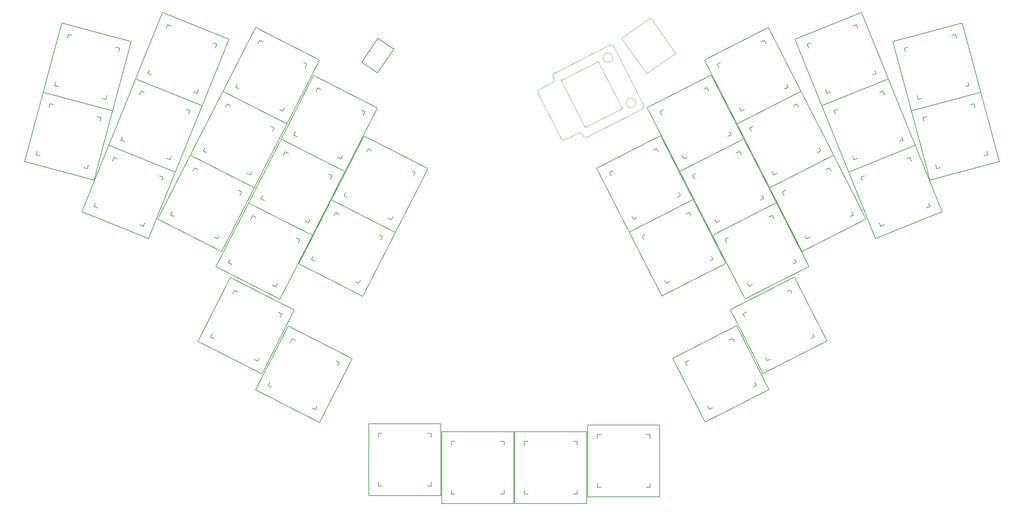
<source format=gbr>
%TF.GenerationSoftware,KiCad,Pcbnew,(6.0.4)*%
%TF.CreationDate,2022-11-04T17:16:24+01:00*%
%TF.ProjectId,Batreeq,42617472-6565-4712-9e6b-696361645f70,rev?*%
%TF.SameCoordinates,Original*%
%TF.FileFunction,OtherDrawing,Comment*%
%FSLAX46Y46*%
G04 Gerber Fmt 4.6, Leading zero omitted, Abs format (unit mm)*
G04 Created by KiCad (PCBNEW (6.0.4)) date 2022-11-04 17:16:24*
%MOMM*%
%LPD*%
G01*
G04 APERTURE LIST*
%ADD10C,0.150000*%
%ADD11C,0.120000*%
%ADD12C,0.050000*%
G04 APERTURE END LIST*
D10*
%TO.C,SW7*%
X39164951Y-76328403D02*
X44082513Y-57975813D01*
X20812361Y-71410841D02*
X25729923Y-53058251D01*
X28463615Y-56378932D02*
X27497690Y-56120113D01*
X20812361Y-71410841D02*
X25729923Y-53058251D01*
X41020651Y-59743580D02*
X40761832Y-60709505D01*
X40761832Y-60709505D02*
X41020651Y-59743580D01*
X36432479Y-73007373D02*
X37398404Y-73266192D01*
X25729923Y-53058251D02*
X44082513Y-57975813D01*
X37656003Y-72300615D02*
X37397184Y-73266541D01*
X23874223Y-69643074D02*
X24840149Y-69901894D01*
X24133042Y-68677149D02*
X23874223Y-69643074D01*
X44082513Y-57975813D02*
X39164951Y-76328403D01*
X39164951Y-76328403D02*
X20812361Y-71410841D01*
X27238870Y-57086039D02*
X27497690Y-56120113D01*
X27238870Y-57086039D02*
X27497690Y-56120113D01*
X20812361Y-71410841D02*
X39164951Y-76328403D01*
X27238870Y-57086039D02*
X27497690Y-56120113D01*
X25729923Y-53058251D02*
X44082513Y-57975813D01*
X41020651Y-59743580D02*
X40054725Y-59484760D01*
X25729923Y-53058251D02*
X20812361Y-71410841D01*
X39164951Y-76328403D02*
X20812361Y-71410841D01*
X39164951Y-76328403D02*
X20812361Y-71410841D01*
X37656003Y-72300615D02*
X37397184Y-73266541D01*
X23874223Y-69643074D02*
X24133042Y-68677149D01*
X28463615Y-56378932D02*
X27497690Y-56120113D01*
X44082513Y-57975813D02*
X25729923Y-53058251D01*
X25729923Y-53058251D02*
X44082513Y-57975813D01*
X23874224Y-69643076D02*
X24840148Y-69901894D01*
X41020651Y-59743580D02*
X40761832Y-60709505D01*
X28463615Y-56378932D02*
X27497690Y-56120113D01*
X23874223Y-69643074D02*
X24133042Y-68677149D01*
X36431259Y-73007722D02*
X37397184Y-73266541D01*
X40054725Y-59484760D02*
X41020651Y-59743580D01*
X44082513Y-57975813D02*
X39164951Y-76328403D01*
X23874223Y-69643074D02*
X24840149Y-69901894D01*
X37656003Y-72300615D02*
X37397184Y-73266541D01*
X44082513Y-57975813D02*
X39164951Y-76328403D01*
X41020651Y-59743580D02*
X40054725Y-59484760D01*
X36431259Y-73007722D02*
X37397184Y-73266541D01*
X20812361Y-71410841D02*
X25729923Y-53058251D01*
%TO.C,SW26*%
X217294897Y-124284258D02*
X216840907Y-123393251D01*
X207576538Y-110717626D02*
X224505662Y-102091807D01*
X217294897Y-124284258D02*
X218185904Y-123830267D01*
X211393021Y-112701173D02*
X210939030Y-111810166D01*
X223867112Y-106345306D02*
X223413121Y-105454299D01*
X222522115Y-105908290D02*
X223413121Y-105454299D01*
X223413121Y-105454299D02*
X222522115Y-105908290D01*
X224505662Y-102091807D02*
X233131481Y-119020931D01*
X217294897Y-124284258D02*
X216840907Y-123393251D01*
X216202357Y-127646750D02*
X207576538Y-110717626D01*
X229314998Y-117037384D02*
X229768988Y-117928391D01*
X233131481Y-119020931D02*
X216202357Y-127646750D01*
X228878655Y-118381305D02*
X229769661Y-117927315D01*
X223413121Y-105454299D02*
X222522115Y-105908290D01*
X207576538Y-110717626D02*
X216202357Y-127646750D01*
X224505662Y-102091807D02*
X207576538Y-110717626D01*
X217294897Y-124284258D02*
X218185904Y-123830267D01*
X207576538Y-110717626D02*
X224505662Y-102091807D01*
X224505662Y-102091807D02*
X233131481Y-119020931D01*
X211393021Y-112701173D02*
X210939030Y-111810166D01*
X229314998Y-117037384D02*
X229768988Y-117928391D01*
X216202357Y-127646750D02*
X207576538Y-110717626D01*
X211830037Y-111356176D02*
X210939030Y-111810166D01*
X223413121Y-105454299D02*
X223867112Y-106345306D01*
X229314998Y-117037384D02*
X229768988Y-117928391D01*
X216202357Y-127646750D02*
X233131481Y-119020931D01*
X228877982Y-118382381D02*
X229768988Y-117928391D01*
X233131481Y-119020931D02*
X216202357Y-127646750D01*
X207576538Y-110717626D02*
X224505662Y-102091807D01*
X216202357Y-127646750D02*
X207576538Y-110717626D01*
X211830037Y-111356176D02*
X210939030Y-111810166D01*
X211393021Y-112701173D02*
X210939030Y-111810166D01*
X224505662Y-102091807D02*
X233131481Y-119020931D01*
X233131481Y-119020931D02*
X224505662Y-102091807D01*
X228877982Y-118382381D02*
X229768988Y-117928391D01*
X223413121Y-105454299D02*
X223867112Y-106345306D01*
X216840907Y-123393251D02*
X217294897Y-124284258D01*
X233131481Y-119020931D02*
X216202357Y-127646750D01*
X217294898Y-124284258D02*
X218185904Y-123830268D01*
X211830037Y-111356176D02*
X210939030Y-111810166D01*
%TO.C,SW34*%
X270520447Y-50322450D02*
X270779266Y-51288376D01*
X267155799Y-37765414D02*
X267414618Y-38731340D01*
X269813340Y-51547195D02*
X270779266Y-51288376D01*
X257256304Y-54911843D02*
X256997485Y-53945917D01*
X267155799Y-37765414D02*
X266189873Y-38024233D01*
X268923566Y-34703552D02*
X273841128Y-53056143D01*
X273841128Y-53056143D02*
X255488537Y-57973705D01*
X255488537Y-57973705D02*
X250570975Y-39621114D01*
X250570975Y-39621114D02*
X268923566Y-34703552D01*
X253891657Y-42354807D02*
X253632838Y-41388881D01*
X270520447Y-50322450D02*
X270779266Y-51288376D01*
X256997485Y-53945917D02*
X257256304Y-54911843D01*
X255488537Y-57973705D02*
X273841128Y-53056143D01*
X253891657Y-42354807D02*
X253632838Y-41388881D01*
X273841128Y-53056143D02*
X255488537Y-57973705D01*
X268923566Y-34703552D02*
X273841128Y-53056143D01*
X268923566Y-34703552D02*
X273841128Y-53056143D01*
X255488537Y-57973705D02*
X250570975Y-39621114D01*
X254598763Y-41130062D02*
X253632838Y-41388881D01*
X257256304Y-54911843D02*
X258222230Y-54653024D01*
X250570975Y-39621114D02*
X268923566Y-34703552D01*
X254598763Y-41130062D02*
X253632838Y-41388881D01*
X270520447Y-50322450D02*
X270779266Y-51288376D01*
X269813340Y-51547195D02*
X270779266Y-51288376D01*
X253891657Y-42354807D02*
X253632838Y-41388881D01*
X268923566Y-34703552D02*
X250570975Y-39621114D01*
X267155799Y-37765414D02*
X266189873Y-38024233D01*
X267155799Y-37765414D02*
X267414618Y-38731340D01*
X254598763Y-41130062D02*
X253632838Y-41388881D01*
X257256304Y-54911843D02*
X258222230Y-54653024D01*
X266189873Y-38024233D02*
X267155799Y-37765414D01*
X257256305Y-54911843D02*
X258222230Y-54653024D01*
X269814222Y-51546283D02*
X270780148Y-51287464D01*
X273841128Y-53056143D02*
X255488537Y-57973705D01*
X267414618Y-38731340D02*
X267155799Y-37765414D01*
X250570975Y-39621114D02*
X268923566Y-34703552D01*
X257256304Y-54911843D02*
X256997485Y-53945917D01*
X255488537Y-57973705D02*
X250570975Y-39621114D01*
X250570975Y-39621114D02*
X255488537Y-57973705D01*
X273841128Y-53056143D02*
X268923566Y-34703552D01*
%TO.C,SW21*%
X202022230Y-137142357D02*
X202913236Y-136688367D01*
X207249447Y-118766389D02*
X208140453Y-118312398D01*
X196557369Y-124214275D02*
X195666362Y-124668265D01*
X196120353Y-125559272D02*
X195666362Y-124668265D01*
X200929689Y-140504849D02*
X192303870Y-123575725D01*
X202022229Y-137142357D02*
X202913236Y-136688366D01*
X200929689Y-140504849D02*
X217858813Y-131879030D01*
X214042330Y-129895483D02*
X214496320Y-130786490D01*
X213605314Y-131240480D02*
X214496320Y-130786490D01*
X196557369Y-124214275D02*
X195666362Y-124668265D01*
X192303870Y-123575725D02*
X209232994Y-114949906D01*
X196557369Y-124214275D02*
X195666362Y-124668265D01*
X200929689Y-140504849D02*
X192303870Y-123575725D01*
X200929689Y-140504849D02*
X192303870Y-123575725D01*
X208140453Y-118312398D02*
X207249447Y-118766389D01*
X192303870Y-123575725D02*
X209232994Y-114949906D01*
X209232994Y-114949906D02*
X217858813Y-131879030D01*
X209232994Y-114949906D02*
X217858813Y-131879030D01*
X202022229Y-137142357D02*
X201568239Y-136251350D01*
X217858813Y-131879030D02*
X200929689Y-140504849D01*
X213605987Y-131239404D02*
X214496993Y-130785414D01*
X192303870Y-123575725D02*
X209232994Y-114949906D01*
X208594444Y-119203405D02*
X208140453Y-118312398D01*
X208140453Y-118312398D02*
X208594444Y-119203405D01*
X202022229Y-137142357D02*
X202913236Y-136688366D01*
X201568239Y-136251350D02*
X202022229Y-137142357D01*
X196120353Y-125559272D02*
X195666362Y-124668265D01*
X209232994Y-114949906D02*
X217858813Y-131879030D01*
X213605314Y-131240480D02*
X214496320Y-130786490D01*
X217858813Y-131879030D02*
X209232994Y-114949906D01*
X202022229Y-137142357D02*
X201568239Y-136251350D01*
X214042330Y-129895483D02*
X214496320Y-130786490D01*
X217858813Y-131879030D02*
X200929689Y-140504849D01*
X217858813Y-131879030D02*
X200929689Y-140504849D01*
X196120353Y-125559272D02*
X195666362Y-124668265D01*
X209232994Y-114949906D02*
X192303870Y-123575725D01*
X214042330Y-129895483D02*
X214496320Y-130786490D01*
X208140453Y-118312398D02*
X208594444Y-119203405D01*
X192303870Y-123575725D02*
X200929689Y-140504849D01*
X208140453Y-118312398D02*
X207249447Y-118766389D01*
%TO.C,SW25*%
X194195206Y-74029903D02*
X202821025Y-90959027D01*
X210485780Y-69657583D02*
X210031789Y-68766576D01*
X211124330Y-65404084D02*
X219750149Y-82333208D01*
X215933666Y-80349661D02*
X216387656Y-81240668D01*
X219750149Y-82333208D02*
X202821025Y-90959027D01*
X215933666Y-80349661D02*
X216387656Y-81240668D01*
X203913565Y-87596535D02*
X204804572Y-87142544D01*
X198011689Y-76013450D02*
X197557698Y-75122443D01*
X215496650Y-81694658D02*
X216387656Y-81240668D01*
X194195206Y-74029903D02*
X211124330Y-65404084D01*
X198011689Y-76013450D02*
X197557698Y-75122443D01*
X210031789Y-68766576D02*
X210485780Y-69657583D01*
X203913565Y-87596535D02*
X203459575Y-86705528D01*
X219750149Y-82333208D02*
X211124330Y-65404084D01*
X215933666Y-80349661D02*
X216387656Y-81240668D01*
X202821025Y-90959027D02*
X194195206Y-74029903D01*
X215497323Y-81693582D02*
X216388329Y-81239592D01*
X202821025Y-90959027D02*
X194195206Y-74029903D01*
X198448705Y-74668453D02*
X197557698Y-75122443D01*
X203459575Y-86705528D02*
X203913565Y-87596535D01*
X210031789Y-68766576D02*
X209140783Y-69220567D01*
X219750149Y-82333208D02*
X202821025Y-90959027D01*
X215496650Y-81694658D02*
X216387656Y-81240668D01*
X203913566Y-87596535D02*
X204804572Y-87142545D01*
X211124330Y-65404084D02*
X219750149Y-82333208D01*
X211124330Y-65404084D02*
X219750149Y-82333208D01*
X198448705Y-74668453D02*
X197557698Y-75122443D01*
X219750149Y-82333208D02*
X202821025Y-90959027D01*
X210031789Y-68766576D02*
X210485780Y-69657583D01*
X211124330Y-65404084D02*
X194195206Y-74029903D01*
X202821025Y-90959027D02*
X194195206Y-74029903D01*
X198448705Y-74668453D02*
X197557698Y-75122443D01*
X203913565Y-87596535D02*
X204804572Y-87142544D01*
X194195206Y-74029903D02*
X211124330Y-65404084D01*
X202821025Y-90959027D02*
X219750149Y-82333208D01*
X203913565Y-87596535D02*
X203459575Y-86705528D01*
X198011689Y-76013450D02*
X197557698Y-75122443D01*
X209140783Y-69220567D02*
X210031789Y-68766576D01*
X210031789Y-68766576D02*
X209140783Y-69220567D01*
X194195206Y-74029903D02*
X211124330Y-65404084D01*
%TO.C,SW4*%
X90246915Y-61441310D02*
X73317791Y-52815491D01*
X73317791Y-52815491D02*
X81943611Y-35886367D01*
X77134274Y-50831944D02*
X76680284Y-51722951D01*
X95510242Y-45604726D02*
X94619236Y-45150736D01*
X95510242Y-45604726D02*
X95056252Y-46495733D01*
X98872735Y-44512186D02*
X90246915Y-61441310D01*
X73317791Y-52815491D02*
X90246915Y-61441310D01*
X90246915Y-61441310D02*
X73317791Y-52815491D01*
X76680284Y-51722951D02*
X77134274Y-50831944D01*
X88263369Y-57624827D02*
X89154375Y-58078818D01*
X98872735Y-44512186D02*
X90246915Y-61441310D01*
X95510242Y-45604726D02*
X95056252Y-46495733D01*
X83927157Y-39702850D02*
X83036151Y-39248859D01*
X73317791Y-52815491D02*
X81943611Y-35886367D01*
X98872735Y-44512186D02*
X81943611Y-35886367D01*
X95510242Y-45604726D02*
X94619236Y-45150736D01*
X81943611Y-35886367D02*
X98872735Y-44512186D01*
X83927157Y-39702850D02*
X83036151Y-39248859D01*
X89608366Y-57187811D02*
X89154375Y-58078818D01*
X89608366Y-57187811D02*
X89154375Y-58078818D01*
X98872735Y-44512186D02*
X90246915Y-61441310D01*
X88263369Y-57624827D02*
X89154375Y-58078818D01*
X76680284Y-51722952D02*
X77571290Y-52176942D01*
X95056252Y-46495733D02*
X95510242Y-45604726D01*
X82582160Y-40139866D02*
X83036151Y-39248859D01*
X90246915Y-61441310D02*
X73317791Y-52815491D01*
X90246915Y-61441310D02*
X98872735Y-44512186D01*
X81943611Y-35886367D02*
X98872735Y-44512186D01*
X76680284Y-51722951D02*
X77571290Y-52176941D01*
X76680284Y-51722951D02*
X77571290Y-52176941D01*
X94619236Y-45150736D02*
X95510242Y-45604726D01*
X88264634Y-57624739D02*
X89155641Y-58078730D01*
X89608366Y-57187811D02*
X89154375Y-58078818D01*
X81943611Y-35886367D02*
X98872735Y-44512186D01*
X76680284Y-51722951D02*
X77134274Y-50831944D01*
X82582160Y-40139866D02*
X83036151Y-39248859D01*
X83927157Y-39702850D02*
X83036151Y-39248859D01*
X73317791Y-52815491D02*
X81943611Y-35886367D01*
X81943611Y-35886367D02*
X73317791Y-52815491D01*
X82582160Y-40139866D02*
X83036151Y-39248859D01*
%TO.C,SW8*%
X92028402Y-64387574D02*
X92919408Y-64841564D01*
X110858360Y-58269348D02*
X109967354Y-57815358D01*
X110858360Y-58269348D02*
X109967354Y-57815358D01*
X114220853Y-57176808D02*
X105595033Y-74105932D01*
X88665909Y-65480113D02*
X105595033Y-74105932D01*
X103612752Y-70289361D02*
X104503759Y-70743352D01*
X99275275Y-52367472D02*
X98384269Y-51913481D01*
X97930278Y-52804488D02*
X98384269Y-51913481D01*
X105595033Y-74105932D02*
X88665909Y-65480113D01*
X99275275Y-52367472D02*
X98384269Y-51913481D01*
X97930278Y-52804488D02*
X98384269Y-51913481D01*
X92028402Y-64387573D02*
X92482392Y-63496566D01*
X114220853Y-57176808D02*
X105595033Y-74105932D01*
X92028402Y-64387573D02*
X92919408Y-64841563D01*
X110858360Y-58269348D02*
X110404370Y-59160355D01*
X103611487Y-70289449D02*
X104502493Y-70743440D01*
X97930278Y-52804488D02*
X98384269Y-51913481D01*
X97291729Y-48550989D02*
X114220853Y-57176808D01*
X104956484Y-69852433D02*
X104502493Y-70743440D01*
X97291729Y-48550989D02*
X88665909Y-65480113D01*
X110858360Y-58269348D02*
X110404370Y-59160355D01*
X97291729Y-48550989D02*
X114220853Y-57176808D01*
X114220853Y-57176808D02*
X97291729Y-48550989D01*
X114220853Y-57176808D02*
X105595033Y-74105932D01*
X92028402Y-64387573D02*
X92482392Y-63496566D01*
X105595033Y-74105932D02*
X114220853Y-57176808D01*
X104956484Y-69852433D02*
X104502493Y-70743440D01*
X88665909Y-65480113D02*
X97291729Y-48550989D01*
X88665909Y-65480113D02*
X97291729Y-48550989D01*
X88665909Y-65480113D02*
X97291729Y-48550989D01*
X110404370Y-59160355D02*
X110858360Y-58269348D01*
X105595033Y-74105932D02*
X88665909Y-65480113D01*
X97291729Y-48550989D02*
X114220853Y-57176808D01*
X105595033Y-74105932D02*
X88665909Y-65480113D01*
X109967354Y-57815358D02*
X110858360Y-58269348D01*
X103611487Y-70289449D02*
X104502493Y-70743440D01*
X92482392Y-63496566D02*
X92028402Y-64387573D01*
X92028402Y-64387573D02*
X92919408Y-64841563D01*
X99275275Y-52367472D02*
X98384269Y-51913481D01*
X104956484Y-69852433D02*
X104502493Y-70743440D01*
%TO.C,SW22*%
X169543344Y-143086077D02*
X169543344Y-162086077D01*
X166043344Y-145586077D02*
X167043344Y-145586077D01*
X154043344Y-145586077D02*
X153043344Y-145586077D01*
X167043344Y-158586077D02*
X167043344Y-159586077D01*
X153043344Y-159586077D02*
X154043344Y-159586077D01*
X169543344Y-143086077D02*
X169543344Y-162086077D01*
X153043344Y-146586077D02*
X153043344Y-145586077D01*
X169543344Y-143086077D02*
X150543344Y-143086077D01*
X167043344Y-158586077D02*
X167043344Y-159586077D01*
X153043344Y-146586077D02*
X153043344Y-145586077D01*
X169543344Y-162086077D02*
X169543344Y-143086077D01*
X169543344Y-162086077D02*
X150543344Y-162086077D01*
X167043344Y-145586077D02*
X166043344Y-145586077D01*
X167043344Y-146586077D02*
X167043344Y-145586077D01*
X167043344Y-158586077D02*
X167043344Y-159586077D01*
X153043344Y-159586077D02*
X153043344Y-158586077D01*
X150543344Y-162086077D02*
X169543344Y-162086077D01*
X166043344Y-159586077D02*
X167043344Y-159586077D01*
X166044432Y-159585424D02*
X167044432Y-159585424D01*
X153043344Y-159586077D02*
X154043344Y-159586077D01*
X150543344Y-143086077D02*
X169543344Y-143086077D01*
X150543344Y-143086077D02*
X150543344Y-162086077D01*
X153043345Y-159586078D02*
X154043344Y-159586078D01*
X150543344Y-162086077D02*
X150543344Y-143086077D01*
X154043344Y-145586077D02*
X153043344Y-145586077D01*
X169543344Y-162086077D02*
X150543344Y-162086077D01*
X153043344Y-146586077D02*
X153043344Y-145586077D01*
X167043344Y-145586077D02*
X167043344Y-146586077D01*
X166043344Y-159586077D02*
X167043344Y-159586077D01*
X167043344Y-145586077D02*
X167043344Y-146586077D01*
X169543344Y-162086077D02*
X150543344Y-162086077D01*
X150543344Y-162086077D02*
X150543344Y-143086077D01*
X153043344Y-159586077D02*
X153043344Y-158586077D01*
X150543344Y-162086077D02*
X150543344Y-143086077D01*
X153043344Y-158586077D02*
X153043344Y-159586077D01*
X169543344Y-143086077D02*
X169543344Y-162086077D01*
X150543344Y-143086077D02*
X169543344Y-143086077D01*
X150543344Y-143086077D02*
X169543344Y-143086077D01*
X167043344Y-145586077D02*
X166043344Y-145586077D01*
X154043344Y-145586077D02*
X153043344Y-145586077D01*
%TO.C,SW27*%
X172347346Y-144808078D02*
X172347346Y-143808078D01*
X188847346Y-160308078D02*
X188847346Y-141308078D01*
X172347346Y-157808078D02*
X172347346Y-156808078D01*
X186347346Y-143808078D02*
X186347346Y-144808078D01*
X169847346Y-160308078D02*
X169847346Y-141308078D01*
X185347346Y-143808078D02*
X186347346Y-143808078D01*
X186347346Y-144808078D02*
X186347346Y-143808078D01*
X172347346Y-144808078D02*
X172347346Y-143808078D01*
X186347346Y-156808078D02*
X186347346Y-157808078D01*
X186347346Y-143808078D02*
X186347346Y-144808078D01*
X188847346Y-141308078D02*
X188847346Y-160308078D01*
X169847346Y-160308078D02*
X188847346Y-160308078D01*
X169847346Y-160308078D02*
X169847346Y-141308078D01*
X172347346Y-156808078D02*
X172347346Y-157808078D01*
X186347346Y-156808078D02*
X186347346Y-157808078D01*
X188847346Y-160308078D02*
X169847346Y-160308078D01*
X185348434Y-157807425D02*
X186348434Y-157807425D01*
X173347346Y-143808078D02*
X172347346Y-143808078D01*
X172347346Y-157808078D02*
X173347346Y-157808078D01*
X169847346Y-141308078D02*
X169847346Y-160308078D01*
X173347346Y-143808078D02*
X172347346Y-143808078D01*
X172347347Y-157808079D02*
X173347346Y-157808079D01*
X188847346Y-160308078D02*
X169847346Y-160308078D01*
X188847346Y-141308078D02*
X188847346Y-160308078D01*
X188847346Y-141308078D02*
X188847346Y-160308078D01*
X172347346Y-157808078D02*
X172347346Y-156808078D01*
X173347346Y-143808078D02*
X172347346Y-143808078D01*
X188847346Y-141308078D02*
X169847346Y-141308078D01*
X172347346Y-157808078D02*
X173347346Y-157808078D01*
X185347346Y-157808078D02*
X186347346Y-157808078D01*
X185347346Y-157808078D02*
X186347346Y-157808078D01*
X169847346Y-141308078D02*
X188847346Y-141308078D01*
X169847346Y-141308078D02*
X188847346Y-141308078D01*
X186347346Y-143808078D02*
X185347346Y-143808078D01*
X172347346Y-144808078D02*
X172347346Y-143808078D01*
X169847346Y-141308078D02*
X188847346Y-141308078D01*
X169847346Y-160308078D02*
X169847346Y-141308078D01*
X186347346Y-143808078D02*
X185347346Y-143808078D01*
X186347346Y-156808078D02*
X186347346Y-157808078D01*
X188847346Y-160308078D02*
X169847346Y-160308078D01*
%TO.C,SW33*%
X238898387Y-74229410D02*
X231780862Y-56612916D01*
X235962522Y-57619753D02*
X235035338Y-57994359D01*
X256514880Y-67111884D02*
X238898387Y-74229410D01*
X240279832Y-70974934D02*
X241207015Y-70600328D01*
X240279830Y-70974933D02*
X241207014Y-70600327D01*
X249397355Y-49495391D02*
X231780862Y-56612916D01*
X235962522Y-57619753D02*
X235035338Y-57994359D01*
X249397355Y-49495391D02*
X256514880Y-67111884D01*
X248015912Y-52749867D02*
X248390519Y-53677051D01*
X238898387Y-74229410D02*
X231780862Y-56612916D01*
X256514880Y-67111884D02*
X238898387Y-74229410D01*
X231780862Y-56612916D02*
X249397355Y-49495391D01*
X252333220Y-66105048D02*
X253260404Y-65730441D01*
X240279830Y-70974933D02*
X239905224Y-70047750D01*
X252333985Y-66104035D02*
X253261168Y-65729428D01*
X252885798Y-64803257D02*
X253260404Y-65730441D01*
X235409945Y-58921543D02*
X235035338Y-57994359D01*
X235409945Y-58921543D02*
X235035338Y-57994359D01*
X252885798Y-64803257D02*
X253260404Y-65730441D01*
X247088728Y-53124474D02*
X248015912Y-52749867D01*
X248015912Y-52749867D02*
X247088728Y-53124474D01*
X249397355Y-49495391D02*
X256514880Y-67111884D01*
X240279830Y-70974933D02*
X239905224Y-70047750D01*
X235962522Y-57619753D02*
X235035338Y-57994359D01*
X240279830Y-70974933D02*
X241207014Y-70600327D01*
X248015912Y-52749867D02*
X247088728Y-53124474D01*
X249397355Y-49495391D02*
X256514880Y-67111884D01*
X231780862Y-56612916D02*
X249397355Y-49495391D01*
X248390519Y-53677051D02*
X248015912Y-52749867D01*
X231780862Y-56612916D02*
X249397355Y-49495391D01*
X238898387Y-74229410D02*
X256514880Y-67111884D01*
X252885798Y-64803257D02*
X253260404Y-65730441D01*
X256514880Y-67111884D02*
X238898387Y-74229410D01*
X256514880Y-67111884D02*
X249397355Y-49495391D01*
X235409945Y-58921543D02*
X235035338Y-57994359D01*
X231780862Y-56612916D02*
X238898387Y-74229410D01*
X238898387Y-74229410D02*
X231780862Y-56612916D01*
X239905224Y-70047750D02*
X240279830Y-70974933D01*
X248015912Y-52749867D02*
X248390519Y-53677051D01*
X252333220Y-66105048D02*
X253260404Y-65730441D01*
%TO.C,SW16*%
X104123879Y-124744297D02*
X103669889Y-125635304D01*
X92540794Y-118842421D02*
X91649788Y-118388430D01*
X104123879Y-124744297D02*
X103232873Y-124290307D01*
X107486372Y-123651757D02*
X90557248Y-115025938D01*
X96877006Y-136764398D02*
X97768012Y-137218389D01*
X107486372Y-123651757D02*
X98860552Y-140580881D01*
X92540794Y-118842421D02*
X91649788Y-118388430D01*
X90557248Y-115025938D02*
X107486372Y-123651757D01*
X98860552Y-140580881D02*
X81931428Y-131955062D01*
X107486372Y-123651757D02*
X98860552Y-140580881D01*
X85293921Y-130862522D02*
X85747911Y-129971515D01*
X103232873Y-124290307D02*
X104123879Y-124744297D01*
X85293921Y-130862522D02*
X85747911Y-129971515D01*
X91195797Y-119279437D02*
X91649788Y-118388430D01*
X90557248Y-115025938D02*
X107486372Y-123651757D01*
X81931428Y-131955062D02*
X90557248Y-115025938D01*
X104123879Y-124744297D02*
X103232873Y-124290307D01*
X81931428Y-131955062D02*
X98860552Y-140580881D01*
X96877006Y-136764398D02*
X97768012Y-137218389D01*
X98222003Y-136327382D02*
X97768012Y-137218389D01*
X104123879Y-124744297D02*
X103669889Y-125635304D01*
X96878271Y-136764310D02*
X97769278Y-137218301D01*
X91195797Y-119279437D02*
X91649788Y-118388430D01*
X90557248Y-115025938D02*
X107486372Y-123651757D01*
X90557248Y-115025938D02*
X81931428Y-131955062D01*
X98222003Y-136327382D02*
X97768012Y-137218389D01*
X98860552Y-140580881D02*
X107486372Y-123651757D01*
X81931428Y-131955062D02*
X90557248Y-115025938D01*
X103669889Y-125635304D02*
X104123879Y-124744297D01*
X85293921Y-130862523D02*
X86184927Y-131316513D01*
X81931428Y-131955062D02*
X90557248Y-115025938D01*
X98860552Y-140580881D02*
X81931428Y-131955062D01*
X85293921Y-130862522D02*
X86184927Y-131316512D01*
X85293921Y-130862522D02*
X86184927Y-131316512D01*
X85747911Y-129971515D02*
X85293921Y-130862522D01*
X98860552Y-140580881D02*
X81931428Y-131955062D01*
X107486372Y-123651757D02*
X98860552Y-140580881D01*
X92540794Y-118842421D02*
X91649788Y-118388430D01*
X91195797Y-119279437D02*
X91649788Y-118388430D01*
X98222003Y-136327382D02*
X97768012Y-137218389D01*
%TO.C,SW28*%
X217635669Y-35889429D02*
X226261488Y-52818553D01*
X204523028Y-46498795D02*
X204069037Y-45607788D01*
X216543128Y-39251921D02*
X216997119Y-40142928D01*
X217635669Y-35889429D02*
X200706545Y-44515248D01*
X222007989Y-52180003D02*
X222898995Y-51726013D01*
X222445005Y-50835006D02*
X222898995Y-51726013D01*
X226261488Y-52818553D02*
X209332364Y-61444372D01*
X210424904Y-58081880D02*
X209970914Y-57190873D01*
X222007989Y-52180003D02*
X222898995Y-51726013D01*
X204960044Y-45153798D02*
X204069037Y-45607788D01*
X222008662Y-52178927D02*
X222899668Y-51724937D01*
X209332364Y-61444372D02*
X200706545Y-44515248D01*
X226261488Y-52818553D02*
X209332364Y-61444372D01*
X204523028Y-46498795D02*
X204069037Y-45607788D01*
X200706545Y-44515248D02*
X209332364Y-61444372D01*
X200706545Y-44515248D02*
X217635669Y-35889429D01*
X210424905Y-58081880D02*
X211315911Y-57627890D01*
X204960044Y-45153798D02*
X204069037Y-45607788D01*
X226261488Y-52818553D02*
X209332364Y-61444372D01*
X216543128Y-39251921D02*
X215652122Y-39705912D01*
X216543128Y-39251921D02*
X216997119Y-40142928D01*
X216997119Y-40142928D02*
X216543128Y-39251921D01*
X200706545Y-44515248D02*
X217635669Y-35889429D01*
X217635669Y-35889429D02*
X226261488Y-52818553D01*
X200706545Y-44515248D02*
X217635669Y-35889429D01*
X209332364Y-61444372D02*
X200706545Y-44515248D01*
X222445005Y-50835006D02*
X222898995Y-51726013D01*
X216543128Y-39251921D02*
X215652122Y-39705912D01*
X210424904Y-58081880D02*
X211315911Y-57627889D01*
X204960044Y-45153798D02*
X204069037Y-45607788D01*
X210424904Y-58081880D02*
X209970914Y-57190873D01*
X210424904Y-58081880D02*
X211315911Y-57627889D01*
X209332364Y-61444372D02*
X200706545Y-44515248D01*
X226261488Y-52818553D02*
X217635669Y-35889429D01*
X222445005Y-50835006D02*
X222898995Y-51726013D01*
X204523028Y-46498795D02*
X204069037Y-45607788D01*
X217635669Y-35889429D02*
X226261488Y-52818553D01*
X215652122Y-39705912D02*
X216543128Y-39251921D01*
X209332364Y-61444372D02*
X226261488Y-52818553D01*
X209970914Y-57190873D02*
X210424904Y-58081880D01*
%TO.C,SW5*%
X85993420Y-62079860D02*
X86884426Y-62533850D01*
X73956344Y-57068990D02*
X74410335Y-56177983D01*
X73956344Y-57068990D02*
X74410335Y-56177983D01*
X75301341Y-56631974D02*
X74410335Y-56177983D01*
X79637553Y-74553951D02*
X80528559Y-75007942D01*
X86430436Y-63424857D02*
X86884426Y-62533850D01*
X73317795Y-52815491D02*
X90246919Y-61441310D01*
X86884426Y-62533850D02*
X86430436Y-63424857D01*
X73317795Y-52815491D02*
X90246919Y-61441310D01*
X73956344Y-57068990D02*
X74410335Y-56177983D01*
X79638818Y-74553863D02*
X80529825Y-75007854D01*
X68508458Y-67761068D02*
X68054468Y-68652075D01*
X86884426Y-62533850D02*
X85993420Y-62079860D01*
X68054468Y-68652075D02*
X68508458Y-67761068D01*
X73317795Y-52815491D02*
X90246919Y-61441310D01*
X75301341Y-56631974D02*
X74410335Y-56177983D01*
X68054468Y-68652075D02*
X68945474Y-69106065D01*
X64691975Y-69744615D02*
X73317795Y-52815491D01*
X80982550Y-74116935D02*
X80528559Y-75007942D01*
X68054468Y-68652075D02*
X68508458Y-67761068D01*
X75301341Y-56631974D02*
X74410335Y-56177983D01*
X64691975Y-69744615D02*
X81621099Y-78370434D01*
X86884426Y-62533850D02*
X85993420Y-62079860D01*
X81621099Y-78370434D02*
X64691975Y-69744615D01*
X81621099Y-78370434D02*
X90246919Y-61441310D01*
X68054468Y-68652076D02*
X68945474Y-69106066D01*
X90246919Y-61441310D02*
X73317795Y-52815491D01*
X81621099Y-78370434D02*
X64691975Y-69744615D01*
X79637553Y-74553951D02*
X80528559Y-75007942D01*
X68054468Y-68652075D02*
X68945474Y-69106065D01*
X64691975Y-69744615D02*
X73317795Y-52815491D01*
X86884426Y-62533850D02*
X86430436Y-63424857D01*
X90246919Y-61441310D02*
X81621099Y-78370434D01*
X80982550Y-74116935D02*
X80528559Y-75007942D01*
X90246919Y-61441310D02*
X81621099Y-78370434D01*
X90246919Y-61441310D02*
X81621099Y-78370434D01*
X73317795Y-52815491D02*
X64691975Y-69744615D01*
X81621099Y-78370434D02*
X64691975Y-69744615D01*
X80982550Y-74116935D02*
X80528559Y-75007942D01*
X64691975Y-69744615D02*
X73317795Y-52815491D01*
%TO.C,SW15*%
X86359848Y-104147699D02*
X87250854Y-104601690D01*
X80678639Y-86662738D02*
X81132630Y-85771731D01*
X80040090Y-82409239D02*
X96969214Y-91035058D01*
X80678639Y-86662738D02*
X81132630Y-85771731D01*
X82023636Y-86225722D02*
X81132630Y-85771731D01*
X71414270Y-99338363D02*
X80040090Y-82409239D01*
X88343394Y-107964182D02*
X71414270Y-99338363D01*
X93606721Y-92127598D02*
X93152731Y-93018605D01*
X96969214Y-91035058D02*
X88343394Y-107964182D01*
X80040090Y-82409239D02*
X71414270Y-99338363D01*
X93606721Y-92127598D02*
X93152731Y-93018605D01*
X96969214Y-91035058D02*
X88343394Y-107964182D01*
X96969214Y-91035058D02*
X80040090Y-82409239D01*
X86361113Y-104147611D02*
X87252120Y-104601602D01*
X93152731Y-93018605D02*
X93606721Y-92127598D01*
X92715715Y-91673608D02*
X93606721Y-92127598D01*
X87704845Y-103710683D02*
X87250854Y-104601690D01*
X93606721Y-92127598D02*
X92715715Y-91673608D01*
X93606721Y-92127598D02*
X92715715Y-91673608D01*
X88343394Y-107964182D02*
X71414270Y-99338363D01*
X82023636Y-86225722D02*
X81132630Y-85771731D01*
X80678639Y-86662738D02*
X81132630Y-85771731D01*
X86359848Y-104147699D02*
X87250854Y-104601690D01*
X71414270Y-99338363D02*
X80040090Y-82409239D01*
X74776763Y-98245823D02*
X75230753Y-97354816D01*
X87704845Y-103710683D02*
X87250854Y-104601690D01*
X96969214Y-91035058D02*
X88343394Y-107964182D01*
X74776763Y-98245823D02*
X75667769Y-98699813D01*
X74776763Y-98245823D02*
X75667769Y-98699813D01*
X71414270Y-99338363D02*
X88343394Y-107964182D01*
X75230753Y-97354816D02*
X74776763Y-98245823D01*
X87704845Y-103710683D02*
X87250854Y-104601690D01*
X71414270Y-99338363D02*
X80040090Y-82409239D01*
X80040090Y-82409239D02*
X96969214Y-91035058D01*
X74776763Y-98245823D02*
X75230753Y-97354816D01*
X74776763Y-98245824D02*
X75667769Y-98699814D01*
X80040090Y-82409239D02*
X96969214Y-91035058D01*
X88343394Y-107964182D02*
X71414270Y-99338363D01*
X82023636Y-86225722D02*
X81132630Y-85771731D01*
X88343394Y-107964182D02*
X96969214Y-91035058D01*
%TO.C,SW31*%
X262182528Y-73271891D02*
X261923709Y-72305965D01*
X260414761Y-76333753D02*
X255497199Y-57981162D01*
X260414761Y-76333753D02*
X278767352Y-71416191D01*
X271116097Y-56384281D02*
X272082023Y-56125462D01*
X275446671Y-68682498D02*
X275705490Y-69648424D01*
X262182528Y-73271891D02*
X263148454Y-73013072D01*
X273849790Y-53063600D02*
X278767352Y-71416191D01*
X275446671Y-68682498D02*
X275705490Y-69648424D01*
X255497199Y-57981162D02*
X273849790Y-53063600D01*
X258817881Y-60714855D02*
X258559062Y-59748929D01*
X273849790Y-53063600D02*
X255497199Y-57981162D01*
X274739564Y-69907243D02*
X275705490Y-69648424D01*
X272082023Y-56125462D02*
X271116097Y-56384281D01*
X258817881Y-60714855D02*
X258559062Y-59748929D01*
X272340842Y-57091388D02*
X272082023Y-56125462D01*
X259524987Y-59490110D02*
X258559062Y-59748929D01*
X255497199Y-57981162D02*
X260414761Y-76333753D01*
X255497199Y-57981162D02*
X273849790Y-53063600D01*
X274739564Y-69907243D02*
X275705490Y-69648424D01*
X260414761Y-76333753D02*
X255497199Y-57981162D01*
X272082023Y-56125462D02*
X271116097Y-56384281D01*
X278767352Y-71416191D02*
X260414761Y-76333753D01*
X262182529Y-73271891D02*
X263148454Y-73013072D01*
X278767352Y-71416191D02*
X260414761Y-76333753D01*
X260414761Y-76333753D02*
X255497199Y-57981162D01*
X259524987Y-59490110D02*
X258559062Y-59748929D01*
X274740446Y-69906331D02*
X275706372Y-69647512D01*
X278767352Y-71416191D02*
X260414761Y-76333753D01*
X278767352Y-71416191D02*
X273849790Y-53063600D01*
X275446671Y-68682498D02*
X275705490Y-69648424D01*
X273849790Y-53063600D02*
X278767352Y-71416191D01*
X273849790Y-53063600D02*
X278767352Y-71416191D01*
X258817881Y-60714855D02*
X258559062Y-59748929D01*
X261923709Y-72305965D02*
X262182528Y-73271891D01*
X262182528Y-73271891D02*
X263148454Y-73013072D01*
X259524987Y-59490110D02*
X258559062Y-59748929D01*
X255497199Y-57981162D02*
X273849790Y-53063600D01*
X272082023Y-56125462D02*
X272340842Y-57091388D01*
X262182528Y-73271891D02*
X261923709Y-72305965D01*
X272082023Y-56125462D02*
X272340842Y-57091388D01*
%TO.C,SW23*%
X234248756Y-74001175D02*
X233794765Y-73110168D01*
X233794765Y-73110168D02*
X234248756Y-74001175D01*
X222211681Y-79012045D02*
X221320674Y-79466035D01*
X232903759Y-73564159D02*
X233794765Y-73110168D01*
X239259626Y-86038250D02*
X240150632Y-85584260D01*
X226584001Y-95302619D02*
X217958182Y-78373495D01*
X234887306Y-69747676D02*
X243513125Y-86676800D01*
X233794765Y-73110168D02*
X234248756Y-74001175D01*
X226584001Y-95302619D02*
X217958182Y-78373495D01*
X234887306Y-69747676D02*
X243513125Y-86676800D01*
X221774665Y-80357042D02*
X221320674Y-79466035D01*
X243513125Y-86676800D02*
X226584001Y-95302619D01*
X227676541Y-91940127D02*
X228567548Y-91486136D01*
X239260299Y-86037174D02*
X240151305Y-85583184D01*
X217958182Y-78373495D02*
X226584001Y-95302619D01*
X226584001Y-95302619D02*
X243513125Y-86676800D01*
X222211681Y-79012045D02*
X221320674Y-79466035D01*
X243513125Y-86676800D02*
X226584001Y-95302619D01*
X239696642Y-84693253D02*
X240150632Y-85584260D01*
X243513125Y-86676800D02*
X234887306Y-69747676D01*
X233794765Y-73110168D02*
X232903759Y-73564159D01*
X227676541Y-91940127D02*
X228567548Y-91486136D01*
X217958182Y-78373495D02*
X234887306Y-69747676D01*
X234887306Y-69747676D02*
X217958182Y-78373495D01*
X234887306Y-69747676D02*
X243513125Y-86676800D01*
X221774665Y-80357042D02*
X221320674Y-79466035D01*
X227676541Y-91940127D02*
X227222551Y-91049120D01*
X227676542Y-91940127D02*
X228567548Y-91486137D01*
X217958182Y-78373495D02*
X234887306Y-69747676D01*
X227222551Y-91049120D02*
X227676541Y-91940127D01*
X243513125Y-86676800D02*
X226584001Y-95302619D01*
X221774665Y-80357042D02*
X221320674Y-79466035D01*
X222211681Y-79012045D02*
X221320674Y-79466035D01*
X227676541Y-91940127D02*
X227222551Y-91049120D01*
X233794765Y-73110168D02*
X232903759Y-73564159D01*
X239696642Y-84693253D02*
X240150632Y-85584260D01*
X239259626Y-86038250D02*
X240150632Y-85584260D01*
X217958182Y-78373495D02*
X234887306Y-69747676D01*
X239696642Y-84693253D02*
X240150632Y-85584260D01*
X226584001Y-95302619D02*
X217958182Y-78373495D01*
%TO.C,SW6*%
X45373375Y-70737140D02*
X44446191Y-70362533D01*
X52556879Y-87660416D02*
X52182272Y-88587600D01*
X39576305Y-82415923D02*
X39201698Y-83343107D01*
X43064748Y-67108057D02*
X60681241Y-74225582D01*
X53563716Y-91842076D02*
X35947222Y-84724550D01*
X51256342Y-88212795D02*
X52183526Y-88587402D01*
X57052158Y-76534209D02*
X57426765Y-75607026D01*
X51255089Y-88212993D02*
X52182272Y-88587600D01*
X44071584Y-71289717D02*
X44446191Y-70362533D01*
X35947222Y-84724550D02*
X43064748Y-67108057D01*
X39201698Y-83343107D02*
X40128882Y-83717714D01*
X57426765Y-75607026D02*
X56499581Y-75232419D01*
X35947222Y-84724550D02*
X53563716Y-91842076D01*
X45373375Y-70737140D02*
X44446191Y-70362533D01*
X53563716Y-91842076D02*
X60681241Y-74225582D01*
X60681241Y-74225582D02*
X53563716Y-91842076D01*
X35947222Y-84724550D02*
X43064748Y-67108057D01*
X60681241Y-74225582D02*
X53563716Y-91842076D01*
X43064748Y-67108057D02*
X60681241Y-74225582D01*
X39201698Y-83343107D02*
X40128882Y-83717714D01*
X51255089Y-88212993D02*
X52182272Y-88587600D01*
X57426765Y-75607026D02*
X56499581Y-75232419D01*
X53563716Y-91842076D02*
X35947222Y-84724550D01*
X44071584Y-71289717D02*
X44446191Y-70362533D01*
X52556879Y-87660416D02*
X52182272Y-88587600D01*
X52556879Y-87660416D02*
X52182272Y-88587600D01*
X44071584Y-71289717D02*
X44446191Y-70362533D01*
X45373375Y-70737140D02*
X44446191Y-70362533D01*
X60681241Y-74225582D02*
X53563716Y-91842076D01*
X57426765Y-75607026D02*
X57052158Y-76534209D01*
X39201698Y-83343107D02*
X39576305Y-82415923D01*
X53563716Y-91842076D02*
X35947222Y-84724550D01*
X39201698Y-83343107D02*
X39576305Y-82415923D01*
X60681241Y-74225582D02*
X43064748Y-67108057D01*
X39201699Y-83343109D02*
X40128882Y-83717715D01*
X35947222Y-84724550D02*
X43064748Y-67108057D01*
X57426765Y-75607026D02*
X57052158Y-76534209D01*
X43064748Y-67108057D02*
X60681241Y-74225582D01*
X43064748Y-67108057D02*
X35947222Y-84724550D01*
X56499581Y-75232419D02*
X57426765Y-75607026D01*
%TO.C,SW12*%
X114437758Y-144466079D02*
X114437758Y-143466079D01*
X128437758Y-144466079D02*
X128437758Y-143466079D01*
X111937758Y-159966079D02*
X111937758Y-140966079D01*
X114437759Y-157466080D02*
X115437758Y-157466080D01*
X127437758Y-157466079D02*
X128437758Y-157466079D01*
X128437758Y-156466079D02*
X128437758Y-157466079D01*
X130937758Y-140966079D02*
X130937758Y-159966079D01*
X130937758Y-159966079D02*
X111937758Y-159966079D01*
X114437758Y-157466079D02*
X114437758Y-156466079D01*
X128437758Y-156466079D02*
X128437758Y-157466079D01*
X128437758Y-156466079D02*
X128437758Y-157466079D01*
X111937758Y-159966079D02*
X130937758Y-159966079D01*
X111937758Y-140966079D02*
X130937758Y-140966079D01*
X127437758Y-143466079D02*
X128437758Y-143466079D01*
X130937758Y-159966079D02*
X130937758Y-140966079D01*
X115437758Y-143466079D02*
X114437758Y-143466079D01*
X111937758Y-159966079D02*
X111937758Y-140966079D01*
X111937758Y-159966079D02*
X111937758Y-140966079D01*
X128437758Y-143466079D02*
X127437758Y-143466079D01*
X115437758Y-143466079D02*
X114437758Y-143466079D01*
X114437758Y-157466079D02*
X114437758Y-156466079D01*
X128437758Y-143466079D02*
X127437758Y-143466079D01*
X128437758Y-143466079D02*
X128437758Y-144466079D01*
X111937758Y-140966079D02*
X130937758Y-140966079D01*
X114437758Y-156466079D02*
X114437758Y-157466079D01*
X127438846Y-157465426D02*
X128438846Y-157465426D01*
X130937758Y-159966079D02*
X111937758Y-159966079D01*
X111937758Y-140966079D02*
X111937758Y-159966079D01*
X127437758Y-157466079D02*
X128437758Y-157466079D01*
X114437758Y-157466079D02*
X115437758Y-157466079D01*
X114437758Y-144466079D02*
X114437758Y-143466079D01*
X114437758Y-144466079D02*
X114437758Y-143466079D01*
X130937758Y-140966079D02*
X130937758Y-159966079D01*
X115437758Y-143466079D02*
X114437758Y-143466079D01*
X130937758Y-140966079D02*
X111937758Y-140966079D01*
X114437758Y-157466079D02*
X115437758Y-157466079D01*
X130937758Y-159966079D02*
X111937758Y-159966079D01*
X130937758Y-140966079D02*
X130937758Y-159966079D01*
X128437758Y-143466079D02*
X128437758Y-144466079D01*
X111937758Y-140966079D02*
X130937758Y-140966079D01*
%TO.C,SW1*%
X74916290Y-38992596D02*
X67798765Y-56609090D01*
X50182271Y-49491564D02*
X57299797Y-31875071D01*
X57299797Y-31875071D02*
X74916290Y-38992596D01*
X53436747Y-48110121D02*
X54363931Y-48484728D01*
X59608424Y-35504154D02*
X58681240Y-35129547D01*
X57299797Y-31875071D02*
X74916290Y-38992596D01*
X71661814Y-40374040D02*
X71287207Y-41301223D01*
X53811354Y-47182937D02*
X53436747Y-48110121D01*
X58306633Y-36056731D02*
X58681240Y-35129547D01*
X65490138Y-52980007D02*
X66417321Y-53354614D01*
X53436748Y-48110123D02*
X54363931Y-48484729D01*
X58306633Y-36056731D02*
X58681240Y-35129547D01*
X59608424Y-35504154D02*
X58681240Y-35129547D01*
X71661814Y-40374040D02*
X70734630Y-39999433D01*
X57299797Y-31875071D02*
X50182271Y-49491564D01*
X50182271Y-49491564D02*
X67798765Y-56609090D01*
X50182271Y-49491564D02*
X57299797Y-31875071D01*
X66791928Y-52427430D02*
X66417321Y-53354614D01*
X74916290Y-38992596D02*
X57299797Y-31875071D01*
X66791928Y-52427430D02*
X66417321Y-53354614D01*
X74916290Y-38992596D02*
X67798765Y-56609090D01*
X74916290Y-38992596D02*
X67798765Y-56609090D01*
X53436747Y-48110121D02*
X53811354Y-47182937D01*
X71661814Y-40374040D02*
X71287207Y-41301223D01*
X59608424Y-35504154D02*
X58681240Y-35129547D01*
X67798765Y-56609090D02*
X50182271Y-49491564D01*
X65491391Y-52979809D02*
X66418575Y-53354416D01*
X53436747Y-48110121D02*
X54363931Y-48484728D01*
X65490138Y-52980007D02*
X66417321Y-53354614D01*
X70734630Y-39999433D02*
X71661814Y-40374040D01*
X66791928Y-52427430D02*
X66417321Y-53354614D01*
X53436747Y-48110121D02*
X53811354Y-47182937D01*
X71661814Y-40374040D02*
X70734630Y-39999433D01*
X67798765Y-56609090D02*
X74916290Y-38992596D01*
X57299797Y-31875071D02*
X74916290Y-38992596D01*
X50182271Y-49491564D02*
X57299797Y-31875071D01*
X71287207Y-41301223D02*
X71661814Y-40374040D01*
X67798765Y-56609090D02*
X50182271Y-49491564D01*
X58306633Y-36056731D02*
X58681240Y-35129547D01*
X67798765Y-56609090D02*
X50182271Y-49491564D01*
%TO.C,SW11*%
X92213702Y-110793654D02*
X83587882Y-127722778D01*
X92213702Y-110793654D02*
X75284578Y-102167835D01*
X83587882Y-127722778D02*
X66658758Y-119096959D01*
X82949333Y-123469279D02*
X82495342Y-124360286D01*
X70021251Y-118004419D02*
X70475241Y-117113412D01*
X81605601Y-123906207D02*
X82496608Y-124360198D01*
X81604336Y-123906295D02*
X82495342Y-124360286D01*
X77268124Y-105984318D02*
X76377118Y-105530327D01*
X75284578Y-102167835D02*
X92213702Y-110793654D01*
X88851209Y-111886194D02*
X88397219Y-112777201D01*
X75923127Y-106421334D02*
X76377118Y-105530327D01*
X77268124Y-105984318D02*
X76377118Y-105530327D01*
X81604336Y-123906295D02*
X82495342Y-124360286D01*
X75284578Y-102167835D02*
X66658758Y-119096959D01*
X70475241Y-117113412D02*
X70021251Y-118004419D01*
X87960203Y-111432204D02*
X88851209Y-111886194D01*
X88851209Y-111886194D02*
X88397219Y-112777201D01*
X77268124Y-105984318D02*
X76377118Y-105530327D01*
X66658758Y-119096959D02*
X75284578Y-102167835D01*
X83587882Y-127722778D02*
X92213702Y-110793654D01*
X83587882Y-127722778D02*
X66658758Y-119096959D01*
X70021251Y-118004419D02*
X70912257Y-118458409D01*
X66658758Y-119096959D02*
X83587882Y-127722778D01*
X66658758Y-119096959D02*
X75284578Y-102167835D01*
X88851209Y-111886194D02*
X87960203Y-111432204D01*
X83587882Y-127722778D02*
X66658758Y-119096959D01*
X75923127Y-106421334D02*
X76377118Y-105530327D01*
X66658758Y-119096959D02*
X75284578Y-102167835D01*
X88397219Y-112777201D02*
X88851209Y-111886194D01*
X82949333Y-123469279D02*
X82495342Y-124360286D01*
X92213702Y-110793654D02*
X83587882Y-127722778D01*
X92213702Y-110793654D02*
X83587882Y-127722778D01*
X75284578Y-102167835D02*
X92213702Y-110793654D01*
X82949333Y-123469279D02*
X82495342Y-124360286D01*
X70021251Y-118004419D02*
X70912257Y-118458409D01*
X70021251Y-118004420D02*
X70912257Y-118458410D01*
X88851209Y-111886194D02*
X87960203Y-111432204D01*
X75923127Y-106421334D02*
X76377118Y-105530327D01*
X70021251Y-118004419D02*
X70475241Y-117113412D01*
X75284578Y-102167835D02*
X92213702Y-110793654D01*
%TO.C,SW19*%
X180843606Y-90147595D02*
X197772730Y-81521776D01*
X196680189Y-84884268D02*
X195789183Y-85338259D01*
X195789183Y-85338259D02*
X196680189Y-84884268D01*
X202582066Y-96467353D02*
X203036056Y-97358360D01*
X190561965Y-103714227D02*
X190107975Y-102823220D01*
X190561965Y-103714227D02*
X190107975Y-102823220D01*
X202582066Y-96467353D02*
X203036056Y-97358360D01*
X185097105Y-90786145D02*
X184206098Y-91240135D01*
X184660089Y-92131142D02*
X184206098Y-91240135D01*
X197772730Y-81521776D02*
X180843606Y-90147595D01*
X206398549Y-98450900D02*
X189469425Y-107076719D01*
X190107975Y-102823220D02*
X190561965Y-103714227D01*
X202582066Y-96467353D02*
X203036056Y-97358360D01*
X196680189Y-84884268D02*
X195789183Y-85338259D01*
X197772730Y-81521776D02*
X206398549Y-98450900D01*
X189469425Y-107076719D02*
X206398549Y-98450900D01*
X189469425Y-107076719D02*
X180843606Y-90147595D01*
X180843606Y-90147595D02*
X197772730Y-81521776D01*
X190561966Y-103714227D02*
X191452972Y-103260237D01*
X185097105Y-90786145D02*
X184206098Y-91240135D01*
X197772730Y-81521776D02*
X206398549Y-98450900D01*
X180843606Y-90147595D02*
X189469425Y-107076719D01*
X196680189Y-84884268D02*
X197134180Y-85775275D01*
X190561965Y-103714227D02*
X191452972Y-103260236D01*
X202145723Y-97811274D02*
X203036729Y-97357284D01*
X185097105Y-90786145D02*
X184206098Y-91240135D01*
X184660089Y-92131142D02*
X184206098Y-91240135D01*
X196680189Y-84884268D02*
X197134180Y-85775275D01*
X197772730Y-81521776D02*
X206398549Y-98450900D01*
X189469425Y-107076719D02*
X180843606Y-90147595D01*
X189469425Y-107076719D02*
X180843606Y-90147595D01*
X184660089Y-92131142D02*
X184206098Y-91240135D01*
X206398549Y-98450900D02*
X189469425Y-107076719D01*
X202145050Y-97812350D02*
X203036056Y-97358360D01*
X197134180Y-85775275D02*
X196680189Y-84884268D01*
X206398549Y-98450900D02*
X189469425Y-107076719D01*
X202145050Y-97812350D02*
X203036056Y-97358360D01*
X206398549Y-98450900D02*
X197772730Y-81521776D01*
X180843606Y-90147595D02*
X197772730Y-81521776D01*
X190561965Y-103714227D02*
X191452972Y-103260236D01*
%TO.C,SW3*%
X25722412Y-53040450D02*
X30639974Y-34687860D01*
X30639974Y-34687860D02*
X25722412Y-53040450D01*
X44075002Y-57958012D02*
X48992564Y-39605422D01*
X41341310Y-54637331D02*
X42307235Y-54896150D01*
X45930702Y-41373189D02*
X45671883Y-42339114D01*
X42566054Y-53930224D02*
X42307235Y-54896150D01*
X25722412Y-53040450D02*
X30639974Y-34687860D01*
X25722412Y-53040450D02*
X44075002Y-57958012D01*
X45930702Y-41373189D02*
X44964776Y-41114369D01*
X44075002Y-57958012D02*
X25722412Y-53040450D01*
X30639974Y-34687860D02*
X48992564Y-39605422D01*
X33373666Y-38008541D02*
X32407741Y-37749722D01*
X44075002Y-57958012D02*
X25722412Y-53040450D01*
X32148921Y-38715648D02*
X32407741Y-37749722D01*
X32148921Y-38715648D02*
X32407741Y-37749722D01*
X25722412Y-53040450D02*
X30639974Y-34687860D01*
X33373666Y-38008541D02*
X32407741Y-37749722D01*
X41341310Y-54637331D02*
X42307235Y-54896150D01*
X48992564Y-39605422D02*
X44075002Y-57958012D01*
X28784275Y-51272685D02*
X29750199Y-51531503D01*
X44964776Y-41114369D02*
X45930702Y-41373189D01*
X30639974Y-34687860D02*
X48992564Y-39605422D01*
X28784274Y-51272683D02*
X29750200Y-51531503D01*
X28784274Y-51272683D02*
X29043093Y-50306758D01*
X48992564Y-39605422D02*
X30639974Y-34687860D01*
X41342530Y-54636982D02*
X42308455Y-54895801D01*
X28784274Y-51272683D02*
X29750200Y-51531503D01*
X42566054Y-53930224D02*
X42307235Y-54896150D01*
X30639974Y-34687860D02*
X48992564Y-39605422D01*
X45671883Y-42339114D02*
X45930702Y-41373189D01*
X33373666Y-38008541D02*
X32407741Y-37749722D01*
X48992564Y-39605422D02*
X44075002Y-57958012D01*
X32148921Y-38715648D02*
X32407741Y-37749722D01*
X29043093Y-50306758D02*
X28784274Y-51272683D01*
X42566054Y-53930224D02*
X42307235Y-54896150D01*
X45930702Y-41373189D02*
X45671883Y-42339114D01*
X48992564Y-39605422D02*
X44075002Y-57958012D01*
X45930702Y-41373189D02*
X44964776Y-41114369D01*
X44075002Y-57958012D02*
X25722412Y-53040450D01*
X28784274Y-51272683D02*
X29043093Y-50306758D01*
%TO.C,SW10*%
X59428646Y-85581201D02*
X60319652Y-86035191D01*
X81621097Y-78370435D02*
X72995277Y-95299559D01*
X78258604Y-79462975D02*
X77804614Y-80353982D01*
X64691973Y-69744616D02*
X81621097Y-78370435D01*
X59428646Y-85581200D02*
X60319652Y-86035190D01*
X59428646Y-85581200D02*
X59882636Y-84690193D01*
X72356728Y-91046060D02*
X71902737Y-91937067D01*
X59428646Y-85581200D02*
X60319652Y-86035190D01*
X72356728Y-91046060D02*
X71902737Y-91937067D01*
X56066153Y-86673740D02*
X72995277Y-95299559D01*
X81621097Y-78370435D02*
X72995277Y-95299559D01*
X72995277Y-95299559D02*
X56066153Y-86673740D01*
X71011731Y-91483076D02*
X71902737Y-91937067D01*
X65330522Y-73998115D02*
X65784513Y-73107108D01*
X56066153Y-86673740D02*
X64691973Y-69744616D01*
X78258604Y-79462975D02*
X77367598Y-79008985D01*
X56066153Y-86673740D02*
X64691973Y-69744616D01*
X64691973Y-69744616D02*
X56066153Y-86673740D01*
X71011731Y-91483076D02*
X71902737Y-91937067D01*
X65330522Y-73998115D02*
X65784513Y-73107108D01*
X66675519Y-73561099D02*
X65784513Y-73107108D01*
X78258604Y-79462975D02*
X77804614Y-80353982D01*
X66675519Y-73561099D02*
X65784513Y-73107108D01*
X72995277Y-95299559D02*
X56066153Y-86673740D01*
X66675519Y-73561099D02*
X65784513Y-73107108D01*
X72995277Y-95299559D02*
X81621097Y-78370435D01*
X59428646Y-85581200D02*
X59882636Y-84690193D01*
X64691973Y-69744616D02*
X81621097Y-78370435D01*
X72995277Y-95299559D02*
X56066153Y-86673740D01*
X64691973Y-69744616D02*
X81621097Y-78370435D01*
X77367598Y-79008985D02*
X78258604Y-79462975D01*
X81621097Y-78370435D02*
X72995277Y-95299559D01*
X81621097Y-78370435D02*
X64691973Y-69744616D01*
X72356728Y-91046060D02*
X71902737Y-91937067D01*
X71012996Y-91482988D02*
X71904003Y-91936979D01*
X59882636Y-84690193D02*
X59428646Y-85581200D01*
X78258604Y-79462975D02*
X77367598Y-79008985D01*
X56066153Y-86673740D02*
X64691973Y-69744616D01*
X65330522Y-73998115D02*
X65784513Y-73107108D01*
X77804614Y-80353982D02*
X78258604Y-79462975D01*
%TO.C,SW32*%
X233162306Y-53358442D02*
X234089490Y-52983836D01*
X245215696Y-48488557D02*
X246142880Y-48113950D01*
X241272995Y-36060560D02*
X240898388Y-35133376D01*
X249397356Y-49495393D02*
X231780863Y-56612919D01*
X224663338Y-38996425D02*
X242279831Y-31878900D01*
X228292421Y-41305052D02*
X227917814Y-40377868D01*
X249397356Y-49495393D02*
X231780863Y-56612919D01*
X228844998Y-40003262D02*
X227917814Y-40377868D01*
X245215696Y-48488557D02*
X246142880Y-48113950D01*
X233162306Y-53358442D02*
X234089490Y-52983836D01*
X249397356Y-49495393D02*
X231780863Y-56612919D01*
X224663338Y-38996425D02*
X242279831Y-31878900D01*
X240898388Y-35133376D02*
X241272995Y-36060560D01*
X228292421Y-41305052D02*
X227917814Y-40377868D01*
X249397356Y-49495393D02*
X242279831Y-31878900D01*
X245768274Y-47186766D02*
X246142880Y-48113950D01*
X233162306Y-53358442D02*
X232787700Y-52431259D01*
X224663338Y-38996425D02*
X231780863Y-56612919D01*
X231780863Y-56612919D02*
X224663338Y-38996425D01*
X233162306Y-53358442D02*
X232787700Y-52431259D01*
X224663338Y-38996425D02*
X242279831Y-31878900D01*
X245216461Y-48487544D02*
X246143644Y-48112937D01*
X242279831Y-31878900D02*
X249397356Y-49495393D01*
X232787700Y-52431259D02*
X233162306Y-53358442D01*
X239971204Y-35507983D02*
X240898388Y-35133376D01*
X240898388Y-35133376D02*
X239971204Y-35507983D01*
X245768274Y-47186766D02*
X246142880Y-48113950D01*
X240898388Y-35133376D02*
X239971204Y-35507983D01*
X231780863Y-56612919D02*
X224663338Y-38996425D01*
X242279831Y-31878900D02*
X224663338Y-38996425D01*
X228844998Y-40003262D02*
X227917814Y-40377868D01*
X228292421Y-41305052D02*
X227917814Y-40377868D01*
X242279831Y-31878900D02*
X249397356Y-49495393D01*
X233162308Y-53358443D02*
X234089491Y-52983837D01*
X231780863Y-56612919D02*
X224663338Y-38996425D01*
X231780863Y-56612919D02*
X249397356Y-49495393D01*
X245768274Y-47186766D02*
X246142880Y-48113950D01*
X228844998Y-40003262D02*
X227917814Y-40377868D01*
X240898388Y-35133376D02*
X241272995Y-36060560D01*
X242279831Y-31878900D02*
X249397356Y-49495393D01*
%TO.C,SW9*%
X83402580Y-81316698D02*
X83856570Y-80425691D01*
X102232538Y-75198473D02*
X101778548Y-76089480D01*
X89304456Y-69733613D02*
X89758447Y-68842606D01*
X88665907Y-65480114D02*
X105595031Y-74105933D01*
X105595031Y-74105933D02*
X96969211Y-91035057D01*
X105595031Y-74105933D02*
X96969211Y-91035057D01*
X80040087Y-82409238D02*
X88665907Y-65480114D01*
X88665907Y-65480114D02*
X105595031Y-74105933D01*
X83402580Y-81316698D02*
X83856570Y-80425691D01*
X96330662Y-86781558D02*
X95876671Y-87672565D01*
X101341532Y-74744483D02*
X102232538Y-75198473D01*
X94985665Y-87218574D02*
X95876671Y-87672565D01*
X90649453Y-69296597D02*
X89758447Y-68842606D01*
X105595031Y-74105933D02*
X88665907Y-65480114D01*
X94985665Y-87218574D02*
X95876671Y-87672565D01*
X88665907Y-65480114D02*
X105595031Y-74105933D01*
X80040087Y-82409238D02*
X88665907Y-65480114D01*
X83402580Y-81316699D02*
X84293586Y-81770689D01*
X83402580Y-81316698D02*
X84293586Y-81770688D01*
X96969211Y-91035057D02*
X105595031Y-74105933D01*
X96969211Y-91035057D02*
X80040087Y-82409238D01*
X96330662Y-86781558D02*
X95876671Y-87672565D01*
X96969211Y-91035057D02*
X80040087Y-82409238D01*
X102232538Y-75198473D02*
X101778548Y-76089480D01*
X89304456Y-69733613D02*
X89758447Y-68842606D01*
X96330662Y-86781558D02*
X95876671Y-87672565D01*
X90649453Y-69296597D02*
X89758447Y-68842606D01*
X102232538Y-75198473D02*
X101341532Y-74744483D01*
X88665907Y-65480114D02*
X80040087Y-82409238D01*
X101778548Y-76089480D02*
X102232538Y-75198473D01*
X105595031Y-74105933D02*
X96969211Y-91035057D01*
X89304456Y-69733613D02*
X89758447Y-68842606D01*
X94986930Y-87218486D02*
X95877937Y-87672477D01*
X80040087Y-82409238D02*
X88665907Y-65480114D01*
X80040087Y-82409238D02*
X96969211Y-91035057D01*
X90649453Y-69296597D02*
X89758447Y-68842606D01*
X83856570Y-80425691D02*
X83402580Y-81316698D01*
X96969211Y-91035057D02*
X80040087Y-82409238D01*
X83402580Y-81316698D02*
X84293586Y-81770688D01*
X102232538Y-75198473D02*
X101341532Y-74744483D01*
%TO.C,SW13*%
X124209960Y-74387042D02*
X123318954Y-73933052D01*
X127572453Y-73294502D02*
X118946633Y-90223626D01*
X105833992Y-79614260D02*
X105380002Y-80505267D01*
X111281878Y-68922182D02*
X111735869Y-68031175D01*
X124209960Y-74387042D02*
X123318954Y-73933052D01*
X116963087Y-86407143D02*
X117854093Y-86861134D01*
X124209960Y-74387042D02*
X123755970Y-75278049D01*
X105380002Y-80505267D02*
X106271008Y-80959257D01*
X127572453Y-73294502D02*
X118946633Y-90223626D01*
X118946633Y-90223626D02*
X102017509Y-81597807D01*
X118308084Y-85970127D02*
X117854093Y-86861134D01*
X127572453Y-73294502D02*
X110643329Y-64668683D01*
X102017509Y-81597807D02*
X110643329Y-64668683D01*
X116963087Y-86407143D02*
X117854093Y-86861134D01*
X112626875Y-68485166D02*
X111735869Y-68031175D01*
X118946633Y-90223626D02*
X127572453Y-73294502D01*
X127572453Y-73294502D02*
X118946633Y-90223626D01*
X124209960Y-74387042D02*
X123755970Y-75278049D01*
X118308084Y-85970127D02*
X117854093Y-86861134D01*
X105380002Y-80505267D02*
X105833992Y-79614260D01*
X116964352Y-86407055D02*
X117855359Y-86861046D01*
X112626875Y-68485166D02*
X111735869Y-68031175D01*
X110643329Y-64668683D02*
X127572453Y-73294502D01*
X123755970Y-75278049D02*
X124209960Y-74387042D01*
X102017509Y-81597807D02*
X118946633Y-90223626D01*
X110643329Y-64668683D02*
X102017509Y-81597807D01*
X118946633Y-90223626D02*
X102017509Y-81597807D01*
X110643329Y-64668683D02*
X127572453Y-73294502D01*
X105380002Y-80505268D02*
X106271008Y-80959258D01*
X105380002Y-80505267D02*
X105833992Y-79614260D01*
X111281878Y-68922182D02*
X111735869Y-68031175D01*
X110643329Y-64668683D02*
X127572453Y-73294502D01*
X118308084Y-85970127D02*
X117854093Y-86861134D01*
X105380002Y-80505267D02*
X106271008Y-80959257D01*
X102017509Y-81597807D02*
X110643329Y-64668683D01*
X102017509Y-81597807D02*
X110643329Y-64668683D01*
X112626875Y-68485166D02*
X111735869Y-68031175D01*
X118946633Y-90223626D02*
X102017509Y-81597807D01*
X123318954Y-73933052D02*
X124209960Y-74387042D01*
X111281878Y-68922182D02*
X111735869Y-68031175D01*
%TO.C,SW18*%
X172217788Y-73218470D02*
X189146912Y-64592651D01*
X176471287Y-73857020D02*
X175580280Y-74311010D01*
X180843607Y-90147594D02*
X197772731Y-81521775D01*
X193519905Y-80882149D02*
X194410911Y-80428159D01*
X176471287Y-73857020D02*
X175580280Y-74311010D01*
X189146912Y-64592651D02*
X172217788Y-73218470D01*
X197772731Y-81521775D02*
X180843607Y-90147594D01*
X188054371Y-67955143D02*
X187163365Y-68409134D01*
X180843607Y-90147594D02*
X172217788Y-73218470D01*
X180843607Y-90147594D02*
X172217788Y-73218470D01*
X176471287Y-73857020D02*
X175580280Y-74311010D01*
X197772731Y-81521775D02*
X180843607Y-90147594D01*
X172217788Y-73218470D02*
X180843607Y-90147594D01*
X176034271Y-75202017D02*
X175580280Y-74311010D01*
X188054371Y-67955143D02*
X187163365Y-68409134D01*
X193956248Y-79538228D02*
X194410238Y-80429235D01*
X172217788Y-73218470D02*
X189146912Y-64592651D01*
X181936148Y-86785102D02*
X182827154Y-86331112D01*
X193956248Y-79538228D02*
X194410238Y-80429235D01*
X181936147Y-86785102D02*
X181482157Y-85894095D01*
X187163365Y-68409134D02*
X188054371Y-67955143D01*
X188054371Y-67955143D02*
X188508362Y-68846150D01*
X189146912Y-64592651D02*
X197772731Y-81521775D01*
X172217788Y-73218470D02*
X189146912Y-64592651D01*
X197772731Y-81521775D02*
X189146912Y-64592651D01*
X189146912Y-64592651D02*
X197772731Y-81521775D01*
X188054371Y-67955143D02*
X188508362Y-68846150D01*
X193519232Y-80883225D02*
X194410238Y-80429235D01*
X188508362Y-68846150D02*
X188054371Y-67955143D01*
X181936147Y-86785102D02*
X182827154Y-86331111D01*
X181482157Y-85894095D02*
X181936147Y-86785102D01*
X176034271Y-75202017D02*
X175580280Y-74311010D01*
X193519232Y-80883225D02*
X194410238Y-80429235D01*
X181936147Y-86785102D02*
X182827154Y-86331111D01*
X189146912Y-64592651D02*
X197772731Y-81521775D01*
X176034271Y-75202017D02*
X175580280Y-74311010D01*
X197772731Y-81521775D02*
X180843607Y-90147594D01*
X181936147Y-86785102D02*
X181482157Y-85894095D01*
X180843607Y-90147594D02*
X172217788Y-73218470D01*
X193956248Y-79538228D02*
X194410238Y-80429235D01*
%TO.C,SW24*%
X202498515Y-48474959D02*
X211124334Y-65404083D01*
X194195210Y-74029902D02*
X211124334Y-65404083D01*
X195287750Y-70667410D02*
X194833760Y-69776403D01*
X207307851Y-63420536D02*
X207761841Y-64311543D01*
X201405974Y-51837451D02*
X200514968Y-52291442D01*
X201859965Y-52728458D02*
X201405974Y-51837451D01*
X200514968Y-52291442D02*
X201405974Y-51837451D01*
X194195210Y-74029902D02*
X185569391Y-57100778D01*
X194833760Y-69776403D02*
X195287750Y-70667410D01*
X206870835Y-64765533D02*
X207761841Y-64311543D01*
X207307851Y-63420536D02*
X207761841Y-64311543D01*
X211124334Y-65404083D02*
X194195210Y-74029902D01*
X195287750Y-70667410D02*
X196178757Y-70213419D01*
X189822890Y-57739328D02*
X188931883Y-58193318D01*
X211124334Y-65404083D02*
X202498515Y-48474959D01*
X202498515Y-48474959D02*
X211124334Y-65404083D01*
X202498515Y-48474959D02*
X211124334Y-65404083D01*
X211124334Y-65404083D02*
X194195210Y-74029902D01*
X201405974Y-51837451D02*
X200514968Y-52291442D01*
X202498515Y-48474959D02*
X185569391Y-57100778D01*
X185569391Y-57100778D02*
X202498515Y-48474959D01*
X211124334Y-65404083D02*
X194195210Y-74029902D01*
X206871508Y-64764457D02*
X207762514Y-64310467D01*
X189385874Y-59084325D02*
X188931883Y-58193318D01*
X194195210Y-74029902D02*
X185569391Y-57100778D01*
X195287750Y-70667410D02*
X194833760Y-69776403D01*
X201405974Y-51837451D02*
X201859965Y-52728458D01*
X195287750Y-70667410D02*
X196178757Y-70213419D01*
X189385874Y-59084325D02*
X188931883Y-58193318D01*
X195287751Y-70667410D02*
X196178757Y-70213420D01*
X189822890Y-57739328D02*
X188931883Y-58193318D01*
X194195210Y-74029902D02*
X185569391Y-57100778D01*
X185569391Y-57100778D02*
X202498515Y-48474959D01*
X207307851Y-63420536D02*
X207761841Y-64311543D01*
X201405974Y-51837451D02*
X201859965Y-52728458D01*
X206870835Y-64765533D02*
X207761841Y-64311543D01*
X185569391Y-57100778D02*
X194195210Y-74029902D01*
X185569391Y-57100778D02*
X202498515Y-48474959D01*
X189385874Y-59084325D02*
X188931883Y-58193318D01*
X189822890Y-57739328D02*
X188931883Y-58193318D01*
%TO.C,SW17*%
X150217756Y-162082770D02*
X131217756Y-162082770D01*
X150217756Y-143082770D02*
X150217756Y-162082770D01*
X131217756Y-162082770D02*
X131217756Y-143082770D01*
X133717756Y-158582770D02*
X133717756Y-159582770D01*
X150217756Y-143082770D02*
X131217756Y-143082770D01*
X150217756Y-143082770D02*
X150217756Y-162082770D01*
X133717756Y-159582770D02*
X133717756Y-158582770D01*
X133717756Y-146582770D02*
X133717756Y-145582770D01*
X147717756Y-158582770D02*
X147717756Y-159582770D01*
X131217756Y-162082770D02*
X131217756Y-143082770D01*
X147717756Y-145582770D02*
X146717756Y-145582770D01*
X147717756Y-158582770D02*
X147717756Y-159582770D01*
X134717756Y-145582770D02*
X133717756Y-145582770D01*
X131217756Y-162082770D02*
X131217756Y-143082770D01*
X134717756Y-145582770D02*
X133717756Y-145582770D01*
X133717756Y-146582770D02*
X133717756Y-145582770D01*
X131217756Y-162082770D02*
X150217756Y-162082770D01*
X133717756Y-159582770D02*
X134717756Y-159582770D01*
X134717756Y-145582770D02*
X133717756Y-145582770D01*
X133717757Y-159582771D02*
X134717756Y-159582771D01*
X146717756Y-159582770D02*
X147717756Y-159582770D01*
X150217756Y-143082770D02*
X150217756Y-162082770D01*
X150217756Y-162082770D02*
X131217756Y-162082770D01*
X131217756Y-143082770D02*
X150217756Y-143082770D01*
X133717756Y-159582770D02*
X134717756Y-159582770D01*
X147717756Y-145582770D02*
X147717756Y-146582770D01*
X147717756Y-145582770D02*
X147717756Y-146582770D01*
X147717756Y-145582770D02*
X146717756Y-145582770D01*
X150217756Y-162082770D02*
X131217756Y-162082770D01*
X150217756Y-162082770D02*
X150217756Y-143082770D01*
X147717756Y-146582770D02*
X147717756Y-145582770D01*
X146717756Y-145582770D02*
X147717756Y-145582770D01*
X133717756Y-146582770D02*
X133717756Y-145582770D01*
X147717756Y-158582770D02*
X147717756Y-159582770D01*
X146717756Y-159582770D02*
X147717756Y-159582770D01*
X131217756Y-143082770D02*
X131217756Y-162082770D01*
X131217756Y-143082770D02*
X150217756Y-143082770D01*
X131217756Y-143082770D02*
X150217756Y-143082770D01*
X133717756Y-159582770D02*
X133717756Y-158582770D01*
X146718844Y-159582117D02*
X147718844Y-159582117D01*
D11*
%TO.C,U5*%
X160662138Y-49029212D02*
X160889134Y-49474715D01*
X178950070Y-57387683D02*
X172594203Y-44913592D01*
X156997345Y-52299425D02*
X160561372Y-50483463D01*
X156669583Y-53308172D02*
X162798455Y-65336760D01*
X168606972Y-64621826D02*
X168379977Y-64176322D01*
X184645090Y-56449997D02*
X176700256Y-40857383D01*
X169148999Y-62381579D02*
X178950070Y-57387683D01*
X162793132Y-49907487D02*
X169148999Y-62381579D01*
X167371229Y-63848560D02*
X163807203Y-65664522D01*
X169615720Y-64949588D02*
X184317328Y-57458744D01*
X172594203Y-44913592D02*
X162793132Y-49907487D01*
X175691508Y-40529621D02*
X160989900Y-48020464D01*
X168379977Y-64176322D02*
G75*
G03*
X167371229Y-63848560I-668255J-340493D01*
G01*
X156997345Y-52299424D02*
G75*
G03*
X156669583Y-53308172I340493J-668255D01*
G01*
X168606972Y-64621826D02*
G75*
G03*
X169615720Y-64949588I668255J340493D01*
G01*
X160989900Y-48020464D02*
G75*
G03*
X160662138Y-49029212I340493J-668255D01*
G01*
X184317328Y-57458745D02*
G75*
G03*
X184645090Y-56449997I-340493J668255D01*
G01*
X162798456Y-65336760D02*
G75*
G03*
X163807203Y-65664522I668254J340492D01*
G01*
X176700255Y-40857384D02*
G75*
G03*
X175691508Y-40529621I-668254J-340490D01*
G01*
X160561372Y-50483463D02*
G75*
G03*
X160889134Y-49474715I-340493J668255D01*
G01*
X176407970Y-43887869D02*
G75*
G03*
X176407970Y-43887869I-1250001J0D01*
G01*
X182536841Y-55916458D02*
G75*
G03*
X182536841Y-55916458I-1250000J0D01*
G01*
D12*
%TO.C,SW37*%
X185359011Y-48099300D02*
X178820240Y-38760967D01*
X193059041Y-42707681D02*
X185359011Y-48099300D01*
X186520269Y-33369348D02*
X193059041Y-42707681D01*
X178820240Y-38760967D02*
X186520269Y-33369348D01*
D10*
%TO.C,SW29*%
X213585864Y-62082924D02*
X212694857Y-62536914D01*
X226261489Y-52818555D02*
X234887308Y-69747679D01*
X213585864Y-62082924D02*
X212694857Y-62536914D01*
X224277942Y-56635038D02*
X225168948Y-56181047D01*
X234887308Y-69747679D02*
X226261489Y-52818555D01*
X219050724Y-75011006D02*
X218596734Y-74119999D01*
X226261489Y-52818555D02*
X234887308Y-69747679D01*
X217958184Y-78373498D02*
X209332365Y-61444374D01*
X217958184Y-78373498D02*
X234887308Y-69747679D01*
X230634482Y-69108053D02*
X231525488Y-68654063D01*
X213148848Y-63427921D02*
X212694857Y-62536914D01*
X231070825Y-67764132D02*
X231524815Y-68655139D01*
X218596734Y-74119999D02*
X219050724Y-75011006D01*
X225168948Y-56181047D02*
X225622939Y-57072054D01*
X225168948Y-56181047D02*
X224277942Y-56635038D01*
X231070825Y-67764132D02*
X231524815Y-68655139D01*
X209332365Y-61444374D02*
X226261489Y-52818555D01*
X219050725Y-75011006D02*
X219941731Y-74557016D01*
X209332365Y-61444374D02*
X226261489Y-52818555D01*
X225622939Y-57072054D02*
X225168948Y-56181047D01*
X219050724Y-75011006D02*
X218596734Y-74119999D01*
X219050724Y-75011006D02*
X219941731Y-74557015D01*
X213148848Y-63427921D02*
X212694857Y-62536914D01*
X225168948Y-56181047D02*
X224277942Y-56635038D01*
X209332365Y-61444374D02*
X217958184Y-78373498D01*
X231070825Y-67764132D02*
X231524815Y-68655139D01*
X213148848Y-63427921D02*
X212694857Y-62536914D01*
X226261489Y-52818555D02*
X234887308Y-69747679D01*
X213585864Y-62082924D02*
X212694857Y-62536914D01*
X225168948Y-56181047D02*
X225622939Y-57072054D01*
X234887308Y-69747679D02*
X217958184Y-78373498D01*
X234887308Y-69747679D02*
X217958184Y-78373498D01*
X230633809Y-69109129D02*
X231524815Y-68655139D01*
X217958184Y-78373498D02*
X209332365Y-61444374D01*
X234887308Y-69747679D02*
X217958184Y-78373498D01*
X219050724Y-75011006D02*
X219941731Y-74557015D01*
X217958184Y-78373498D02*
X209332365Y-61444374D01*
X226261489Y-52818555D02*
X209332365Y-61444374D01*
X230633809Y-69109129D02*
X231524815Y-68655139D01*
X209332365Y-61444374D02*
X226261489Y-52818555D01*
%TO.C,SW30*%
X255508044Y-71293546D02*
X255133437Y-70366362D01*
X243080047Y-75236248D02*
X242152863Y-75610854D01*
X256514880Y-67111886D02*
X263632405Y-84728379D01*
X247397355Y-88591428D02*
X248324539Y-88216822D01*
X247397355Y-88591428D02*
X247022749Y-87664245D01*
X246015912Y-91845905D02*
X238898387Y-74229411D01*
X242527470Y-76538038D02*
X242152863Y-75610854D01*
X260003323Y-82419752D02*
X260377929Y-83346936D01*
X247397357Y-88591429D02*
X248324540Y-88216823D01*
X242527470Y-76538038D02*
X242152863Y-75610854D01*
X243080047Y-75236248D02*
X242152863Y-75610854D01*
X256514880Y-67111886D02*
X263632405Y-84728379D01*
X238898387Y-74229411D02*
X256514880Y-67111886D01*
X243080047Y-75236248D02*
X242152863Y-75610854D01*
X246015912Y-91845905D02*
X238898387Y-74229411D01*
X238898387Y-74229411D02*
X256514880Y-67111886D01*
X246015912Y-91845905D02*
X238898387Y-74229411D01*
X255133437Y-70366362D02*
X255508044Y-71293546D01*
X256514880Y-67111886D02*
X263632405Y-84728379D01*
X247397355Y-88591428D02*
X247022749Y-87664245D01*
X256514880Y-67111886D02*
X238898387Y-74229411D01*
X255133437Y-70366362D02*
X255508044Y-71293546D01*
X242527470Y-76538038D02*
X242152863Y-75610854D01*
X260003323Y-82419752D02*
X260377929Y-83346936D01*
X263632405Y-84728379D02*
X256514880Y-67111886D01*
X263632405Y-84728379D02*
X246015912Y-91845905D01*
X263632405Y-84728379D02*
X246015912Y-91845905D01*
X238898387Y-74229411D02*
X246015912Y-91845905D01*
X259450745Y-83721543D02*
X260377929Y-83346936D01*
X247397355Y-88591428D02*
X248324539Y-88216822D01*
X259450745Y-83721543D02*
X260377929Y-83346936D01*
X254206253Y-70740969D02*
X255133437Y-70366362D01*
X259451510Y-83720530D02*
X260378693Y-83345923D01*
X255133437Y-70366362D02*
X254206253Y-70740969D01*
X260003323Y-82419752D02*
X260377929Y-83346936D01*
X255133437Y-70366362D02*
X254206253Y-70740969D01*
X247022749Y-87664245D02*
X247397355Y-88591428D01*
X263632405Y-84728379D02*
X246015912Y-91845905D01*
X246015912Y-91845905D02*
X263632405Y-84728379D01*
X238898387Y-74229411D02*
X256514880Y-67111886D01*
%TO.C,SW2*%
X51189398Y-53673632D02*
X51564005Y-52746448D01*
X43065036Y-67108465D02*
X50182562Y-49491972D01*
X50182562Y-49491972D02*
X67799055Y-56609497D01*
X46319513Y-65727024D02*
X47246696Y-66101630D01*
X46319512Y-65727022D02*
X46694119Y-64799838D01*
X43065036Y-67108465D02*
X50182562Y-49491972D01*
X46319512Y-65727022D02*
X47246696Y-66101629D01*
X64544579Y-57990941D02*
X63617395Y-57616334D01*
X52491189Y-53121055D02*
X51564005Y-52746448D01*
X60681530Y-74225991D02*
X67799055Y-56609497D01*
X63617395Y-57616334D02*
X64544579Y-57990941D01*
X46319512Y-65727022D02*
X46694119Y-64799838D01*
X64544579Y-57990941D02*
X64169972Y-58918124D01*
X50182562Y-49491972D02*
X67799055Y-56609497D01*
X67799055Y-56609497D02*
X50182562Y-49491972D01*
X51189398Y-53673632D02*
X51564005Y-52746448D01*
X59674693Y-70044331D02*
X59300086Y-70971515D01*
X51189398Y-53673632D02*
X51564005Y-52746448D01*
X43065036Y-67108465D02*
X50182562Y-49491972D01*
X64544579Y-57990941D02*
X64169972Y-58918124D01*
X64544579Y-57990941D02*
X63617395Y-57616334D01*
X59674693Y-70044331D02*
X59300086Y-70971515D01*
X50182562Y-49491972D02*
X43065036Y-67108465D01*
X60681530Y-74225991D02*
X43065036Y-67108465D01*
X67799055Y-56609497D02*
X60681530Y-74225991D01*
X43065036Y-67108465D02*
X60681530Y-74225991D01*
X64169972Y-58918124D02*
X64544579Y-57990941D01*
X58372903Y-70596908D02*
X59300086Y-70971515D01*
X67799055Y-56609497D02*
X60681530Y-74225991D01*
X60681530Y-74225991D02*
X43065036Y-67108465D01*
X52491189Y-53121055D02*
X51564005Y-52746448D01*
X46319512Y-65727022D02*
X47246696Y-66101629D01*
X60681530Y-74225991D02*
X43065036Y-67108465D01*
X46694119Y-64799838D02*
X46319512Y-65727022D01*
X58372903Y-70596908D02*
X59300086Y-70971515D01*
X50182562Y-49491972D02*
X67799055Y-56609497D01*
X58374156Y-70596710D02*
X59301340Y-70971317D01*
X59674693Y-70044331D02*
X59300086Y-70971515D01*
X52491189Y-53121055D02*
X51564005Y-52746448D01*
X67799055Y-56609497D02*
X60681530Y-74225991D01*
%TO.C,SW20*%
X228375969Y-99262334D02*
X211446845Y-107888153D01*
X206637509Y-92942576D02*
X206183518Y-92051569D01*
X219750150Y-82333210D02*
X228375969Y-99262334D01*
X212539385Y-104525661D02*
X213430392Y-104071670D01*
X224122470Y-98623784D02*
X225013476Y-98169794D01*
X228375969Y-99262334D02*
X211446845Y-107888153D01*
X219750150Y-82333210D02*
X228375969Y-99262334D01*
X212539386Y-104525661D02*
X213430392Y-104071671D01*
X219750150Y-82333210D02*
X202821026Y-90959029D01*
X218657609Y-85695702D02*
X217766603Y-86149693D01*
X211446845Y-107888153D02*
X202821026Y-90959029D01*
X228375969Y-99262334D02*
X219750150Y-82333210D01*
X219111600Y-86586709D02*
X218657609Y-85695702D01*
X206637509Y-92942576D02*
X206183518Y-92051569D01*
X202821026Y-90959029D02*
X219750150Y-82333210D01*
X224559486Y-97278787D02*
X225013476Y-98169794D01*
X218657609Y-85695702D02*
X219111600Y-86586709D01*
X211446845Y-107888153D02*
X202821026Y-90959029D01*
X206637509Y-92942576D02*
X206183518Y-92051569D01*
X211446845Y-107888153D02*
X228375969Y-99262334D01*
X212539385Y-104525661D02*
X212085395Y-103634654D01*
X202821026Y-90959029D02*
X211446845Y-107888153D01*
X212085395Y-103634654D02*
X212539385Y-104525661D01*
X207074525Y-91597579D02*
X206183518Y-92051569D01*
X202821026Y-90959029D02*
X219750150Y-82333210D01*
X224122470Y-98623784D02*
X225013476Y-98169794D01*
X218657609Y-85695702D02*
X219111600Y-86586709D01*
X212539385Y-104525661D02*
X212085395Y-103634654D01*
X207074525Y-91597579D02*
X206183518Y-92051569D01*
X217766603Y-86149693D02*
X218657609Y-85695702D01*
X207074525Y-91597579D02*
X206183518Y-92051569D01*
X211446845Y-107888153D02*
X202821026Y-90959029D01*
X218657609Y-85695702D02*
X217766603Y-86149693D01*
X212539385Y-104525661D02*
X213430392Y-104071670D01*
X228375969Y-99262334D02*
X211446845Y-107888153D01*
X224123143Y-98622708D02*
X225014149Y-98168718D01*
X202821026Y-90959029D02*
X219750150Y-82333210D01*
X224559486Y-97278787D02*
X225013476Y-98169794D01*
X219750150Y-82333210D02*
X228375969Y-99262334D01*
X224559486Y-97278787D02*
X225013476Y-98169794D01*
%TO.C,SW14*%
X108338531Y-103336177D02*
X109229538Y-103790168D01*
X115584139Y-91316164D02*
X115130149Y-92207171D01*
X109682263Y-102899249D02*
X109228272Y-103790256D01*
X96754181Y-97434390D02*
X97645187Y-97888380D01*
X115584139Y-91316164D02*
X115130149Y-92207171D01*
X110320812Y-107152748D02*
X93391688Y-98526929D01*
X114693133Y-90862174D02*
X115584139Y-91316164D01*
X108337266Y-103336265D02*
X109228272Y-103790256D01*
X102656057Y-85851304D02*
X103110048Y-84960297D01*
X115584139Y-91316164D02*
X114693133Y-90862174D01*
X118946632Y-90223624D02*
X110320812Y-107152748D01*
X96754181Y-97434389D02*
X97645187Y-97888379D01*
X118946632Y-90223624D02*
X110320812Y-107152748D01*
X102656057Y-85851304D02*
X103110048Y-84960297D01*
X115584139Y-91316164D02*
X114693133Y-90862174D01*
X118946632Y-90223624D02*
X102017508Y-81597805D01*
X109682263Y-102899249D02*
X109228272Y-103790256D01*
X102017508Y-81597805D02*
X93391688Y-98526929D01*
X118946632Y-90223624D02*
X110320812Y-107152748D01*
X110320812Y-107152748D02*
X118946632Y-90223624D01*
X102017508Y-81597805D02*
X118946632Y-90223624D01*
X102656057Y-85851304D02*
X103110048Y-84960297D01*
X104001054Y-85414288D02*
X103110048Y-84960297D01*
X109682263Y-102899249D02*
X109228272Y-103790256D01*
X93391688Y-98526929D02*
X110320812Y-107152748D01*
X93391688Y-98526929D02*
X102017508Y-81597805D01*
X110320812Y-107152748D02*
X93391688Y-98526929D01*
X96754181Y-97434389D02*
X97645187Y-97888379D01*
X115130149Y-92207171D02*
X115584139Y-91316164D01*
X102017508Y-81597805D02*
X118946632Y-90223624D01*
X93391688Y-98526929D02*
X102017508Y-81597805D01*
X96754181Y-97434389D02*
X97208171Y-96543382D01*
X93391688Y-98526929D02*
X102017508Y-81597805D01*
X97208171Y-96543382D02*
X96754181Y-97434389D01*
X96754181Y-97434389D02*
X97208171Y-96543382D01*
X108337266Y-103336265D02*
X109228272Y-103790256D01*
X104001054Y-85414288D02*
X103110048Y-84960297D01*
X104001054Y-85414288D02*
X103110048Y-84960297D01*
X102017508Y-81597805D02*
X118946632Y-90223624D01*
X110320812Y-107152748D02*
X93391688Y-98526929D01*
%TO.C,U1*%
X118477952Y-41611447D02*
X114266441Y-38770747D01*
X114216902Y-47928713D02*
X118477952Y-41611447D01*
X110005391Y-45088013D02*
X114216902Y-47928713D01*
X114266441Y-38770747D02*
X110005391Y-45088013D01*
%TD*%
M02*

</source>
